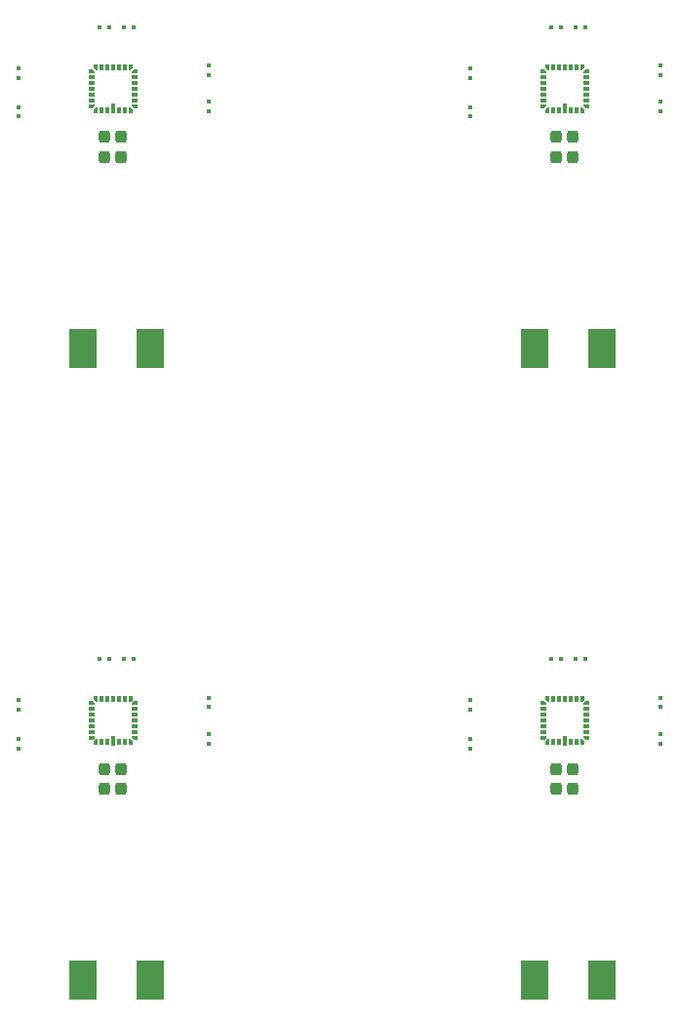
<source format=gbr>
%TF.GenerationSoftware,KiCad,Pcbnew,9.0.1*%
%TF.CreationDate,2025-05-14T16:36:12-05:00*%
%TF.ProjectId,Bottom_layer_Panel,426f7474-6f6d-45f6-9c61-7965725f5061,rev?*%
%TF.SameCoordinates,PX5fa74e0PY8cc3280*%
%TF.FileFunction,Paste,Bot*%
%TF.FilePolarity,Positive*%
%FSLAX46Y46*%
G04 Gerber Fmt 4.6, Leading zero omitted, Abs format (unit mm)*
G04 Created by KiCad (PCBNEW 9.0.1) date 2025-05-14 16:36:12*
%MOMM*%
%LPD*%
G01*
G04 APERTURE LIST*
G04 Aperture macros list*
%AMRoundRect*
0 Rectangle with rounded corners*
0 $1 Rounding radius*
0 $2 $3 $4 $5 $6 $7 $8 $9 X,Y pos of 4 corners*
0 Add a 4 corners polygon primitive as box body*
4,1,4,$2,$3,$4,$5,$6,$7,$8,$9,$2,$3,0*
0 Add four circle primitives for the rounded corners*
1,1,$1+$1,$2,$3*
1,1,$1+$1,$4,$5*
1,1,$1+$1,$6,$7*
1,1,$1+$1,$8,$9*
0 Add four rect primitives between the rounded corners*
20,1,$1+$1,$2,$3,$4,$5,0*
20,1,$1+$1,$4,$5,$6,$7,0*
20,1,$1+$1,$6,$7,$8,$9,0*
20,1,$1+$1,$8,$9,$2,$3,0*%
%AMFreePoly0*
4,1,6,0.325000,0.000000,0.175000,-0.150000,-0.175000,-0.150000,-0.175000,0.150000,0.325000,0.150000,0.325000,0.000000,0.325000,0.000000,$1*%
%AMFreePoly1*
4,1,6,0.325000,0.000000,0.325000,-0.150000,-0.175000,-0.150000,-0.175000,0.150000,0.175000,0.150000,0.325000,0.000000,0.325000,0.000000,$1*%
%AMFreePoly2*
4,1,6,0.150000,-0.325000,0.000000,-0.325000,-0.150000,-0.175000,-0.150000,0.175000,0.150000,0.175000,0.150000,-0.325000,0.150000,-0.325000,$1*%
%AMFreePoly3*
4,1,6,0.150000,-0.175000,0.000000,-0.325000,-0.150000,-0.325000,-0.150000,0.175000,0.150000,0.175000,0.150000,-0.175000,0.150000,-0.175000,$1*%
%AMFreePoly4*
4,1,7,0.175000,-0.150000,-0.175000,-0.150000,-0.325000,-0.150000,-0.325000,0.000000,-0.175000,0.150000,0.175000,0.150000,0.175000,-0.150000,0.175000,-0.150000,$1*%
%AMFreePoly5*
4,1,6,0.175000,-0.150000,-0.175000,-0.150000,-0.325000,0.000000,-0.325000,0.150000,0.175000,0.150000,0.175000,-0.150000,0.175000,-0.150000,$1*%
%AMFreePoly6*
4,1,6,0.150000,0.175000,0.150000,-0.175000,-0.150000,-0.175000,-0.150000,0.325000,0.000000,0.325000,0.150000,0.175000,0.150000,0.175000,$1*%
%AMFreePoly7*
4,1,6,0.150000,-0.175000,-0.150000,-0.175000,-0.150000,0.175000,0.000000,0.325000,0.150000,0.325000,0.150000,-0.175000,0.150000,-0.175000,$1*%
G04 Aperture macros list end*
%ADD10C,0.000000*%
%ADD11R,0.400000X0.400000*%
%ADD12FreePoly0,90.000000*%
%ADD13R,0.300000X0.550000*%
%ADD14R,0.300000X0.850000*%
%ADD15FreePoly1,90.000000*%
%ADD16FreePoly2,90.000000*%
%ADD17R,0.550000X0.300000*%
%ADD18FreePoly3,90.000000*%
%ADD19FreePoly4,90.000000*%
%ADD20FreePoly5,90.000000*%
%ADD21FreePoly6,90.000000*%
%ADD22FreePoly7,90.000000*%
%ADD23R,2.413000X3.429000*%
%ADD24RoundRect,0.237500X-0.237500X0.300000X-0.237500X-0.300000X0.237500X-0.300000X0.237500X0.300000X0*%
G04 APERTURE END LIST*
D10*
%TO.C,U5*%
G36*
X26640000Y46550000D02*
G01*
X26640000Y46400000D01*
X26490000Y46400000D01*
X26490000Y46700000D01*
X26640000Y46550000D01*
G37*
G36*
X26640000Y43550000D02*
G01*
X26490000Y43400000D01*
X26490000Y43700000D01*
X26640000Y43700000D01*
X26640000Y43550000D01*
G37*
G36*
X26940000Y43250000D02*
G01*
X26640000Y43250000D01*
X26790000Y43400000D01*
X26940000Y43400000D01*
X26940000Y43250000D01*
G37*
G36*
X26940000Y46700000D02*
G01*
X26790000Y46700000D01*
X26640000Y46850000D01*
X26940000Y46850000D01*
X26940000Y46700000D01*
G37*
G36*
X29940000Y43250000D02*
G01*
X29640000Y43250000D01*
X29640000Y43400000D01*
X29790000Y43400000D01*
X29940000Y43250000D01*
G37*
G36*
X29790000Y46700000D02*
G01*
X29640000Y46700000D01*
X29640000Y46850000D01*
X29940000Y46850000D01*
X29790000Y46700000D01*
G37*
G36*
X30090000Y46400000D02*
G01*
X29940000Y46400000D01*
X29940000Y46550000D01*
X30090000Y46700000D01*
X30090000Y46400000D01*
G37*
G36*
X30090000Y43400000D02*
G01*
X29940000Y43550000D01*
X29940000Y43700000D01*
X30090000Y43700000D01*
X30090000Y43400000D01*
G37*
G36*
X26640000Y101350000D02*
G01*
X26640000Y101200000D01*
X26490000Y101200000D01*
X26490000Y101500000D01*
X26640000Y101350000D01*
G37*
G36*
X26640000Y98350000D02*
G01*
X26490000Y98200000D01*
X26490000Y98500000D01*
X26640000Y98500000D01*
X26640000Y98350000D01*
G37*
G36*
X26940000Y98050000D02*
G01*
X26640000Y98050000D01*
X26790000Y98200000D01*
X26940000Y98200000D01*
X26940000Y98050000D01*
G37*
G36*
X26940000Y101500000D02*
G01*
X26790000Y101500000D01*
X26640000Y101650000D01*
X26940000Y101650000D01*
X26940000Y101500000D01*
G37*
G36*
X29940000Y98050000D02*
G01*
X29640000Y98050000D01*
X29640000Y98200000D01*
X29790000Y98200000D01*
X29940000Y98050000D01*
G37*
G36*
X29790000Y101500000D02*
G01*
X29640000Y101500000D01*
X29640000Y101650000D01*
X29940000Y101650000D01*
X29790000Y101500000D01*
G37*
G36*
X30090000Y101200000D02*
G01*
X29940000Y101200000D01*
X29940000Y101350000D01*
X30090000Y101500000D01*
X30090000Y101200000D01*
G37*
G36*
X30090000Y98200000D02*
G01*
X29940000Y98350000D01*
X29940000Y98500000D01*
X30090000Y98500000D01*
X30090000Y98200000D01*
G37*
G36*
X65840000Y101350000D02*
G01*
X65840000Y101200000D01*
X65690000Y101200000D01*
X65690000Y101500000D01*
X65840000Y101350000D01*
G37*
G36*
X65840000Y98350000D02*
G01*
X65690000Y98200000D01*
X65690000Y98500000D01*
X65840000Y98500000D01*
X65840000Y98350000D01*
G37*
G36*
X66140000Y98050000D02*
G01*
X65840000Y98050000D01*
X65990000Y98200000D01*
X66140000Y98200000D01*
X66140000Y98050000D01*
G37*
G36*
X66140000Y101500000D02*
G01*
X65990000Y101500000D01*
X65840000Y101650000D01*
X66140000Y101650000D01*
X66140000Y101500000D01*
G37*
G36*
X69140000Y98050000D02*
G01*
X68840000Y98050000D01*
X68840000Y98200000D01*
X68990000Y98200000D01*
X69140000Y98050000D01*
G37*
G36*
X68990000Y101500000D02*
G01*
X68840000Y101500000D01*
X68840000Y101650000D01*
X69140000Y101650000D01*
X68990000Y101500000D01*
G37*
G36*
X69290000Y101200000D02*
G01*
X69140000Y101200000D01*
X69140000Y101350000D01*
X69290000Y101500000D01*
X69290000Y101200000D01*
G37*
G36*
X69290000Y98200000D02*
G01*
X69140000Y98350000D01*
X69140000Y98500000D01*
X69290000Y98500000D01*
X69290000Y98200000D01*
G37*
G36*
X65840000Y46550000D02*
G01*
X65840000Y46400000D01*
X65690000Y46400000D01*
X65690000Y46700000D01*
X65840000Y46550000D01*
G37*
G36*
X65840000Y43550000D02*
G01*
X65690000Y43400000D01*
X65690000Y43700000D01*
X65840000Y43700000D01*
X65840000Y43550000D01*
G37*
G36*
X66140000Y43250000D02*
G01*
X65840000Y43250000D01*
X65990000Y43400000D01*
X66140000Y43400000D01*
X66140000Y43250000D01*
G37*
G36*
X66140000Y46700000D02*
G01*
X65990000Y46700000D01*
X65840000Y46850000D01*
X66140000Y46850000D01*
X66140000Y46700000D01*
G37*
G36*
X69140000Y43250000D02*
G01*
X68840000Y43250000D01*
X68840000Y43400000D01*
X68990000Y43400000D01*
X69140000Y43250000D01*
G37*
G36*
X68990000Y46700000D02*
G01*
X68840000Y46700000D01*
X68840000Y46850000D01*
X69140000Y46850000D01*
X68990000Y46700000D01*
G37*
G36*
X69290000Y46400000D02*
G01*
X69140000Y46400000D01*
X69140000Y46550000D01*
X69290000Y46700000D01*
X69290000Y46400000D01*
G37*
G36*
X69290000Y43400000D02*
G01*
X69140000Y43550000D01*
X69140000Y43700000D01*
X69290000Y43700000D01*
X69290000Y43400000D01*
G37*
%TD*%
D11*
%TO.C,D3*%
X75770000Y43060000D03*
X75770000Y43900000D03*
%TD*%
%TO.C,D4*%
X75770000Y47050000D03*
X75770000Y46210000D03*
%TD*%
D12*
%TO.C,U5*%
X29790000Y43075000D03*
D13*
X29290000Y43175000D03*
X28790000Y43175000D03*
D14*
X28290000Y43325000D03*
D13*
X27790000Y43175000D03*
X27290000Y43175000D03*
D15*
X26790000Y43075000D03*
D16*
X26315000Y43550000D03*
D17*
X26415000Y44050000D03*
X26415000Y44550000D03*
X26415000Y45050000D03*
X26415000Y45550000D03*
X26415000Y46050000D03*
D18*
X26315000Y46550000D03*
D19*
X26790000Y47025000D03*
D13*
X27290000Y46925000D03*
X27790000Y46925000D03*
X28290000Y46925000D03*
X28790000Y46925000D03*
X29290000Y46925000D03*
D20*
X29790000Y47025000D03*
D21*
X30265000Y46550000D03*
D17*
X30165000Y46050000D03*
X30165000Y45550000D03*
X30165000Y45050000D03*
X30165000Y44550000D03*
X30165000Y44050000D03*
D22*
X30265000Y43550000D03*
%TD*%
D11*
%TO.C,D1*%
X27080000Y50400000D03*
X27920000Y50400000D03*
%TD*%
D23*
%TO.C,L1*%
X70741000Y22560000D03*
X64899000Y22560000D03*
%TD*%
D11*
%TO.C,D4*%
X36570000Y47050000D03*
X36570000Y46210000D03*
%TD*%
D12*
%TO.C,U5*%
X29790000Y97875000D03*
D13*
X29290000Y97975000D03*
X28790000Y97975000D03*
D14*
X28290000Y98125000D03*
D13*
X27790000Y97975000D03*
X27290000Y97975000D03*
D15*
X26790000Y97875000D03*
D16*
X26315000Y98350000D03*
D17*
X26415000Y98850000D03*
X26415000Y99350000D03*
X26415000Y99850000D03*
X26415000Y100350000D03*
X26415000Y100850000D03*
D18*
X26315000Y101350000D03*
D19*
X26790000Y101825000D03*
D13*
X27290000Y101725000D03*
X27790000Y101725000D03*
X28290000Y101725000D03*
X28790000Y101725000D03*
X29290000Y101725000D03*
D20*
X29790000Y101825000D03*
D21*
X30265000Y101350000D03*
D17*
X30165000Y100850000D03*
X30165000Y100350000D03*
X30165000Y99850000D03*
X30165000Y99350000D03*
X30165000Y98850000D03*
D22*
X30265000Y98350000D03*
%TD*%
D11*
%TO.C,D2*%
X30097500Y105210000D03*
X29257500Y105210000D03*
%TD*%
%TO.C,D3*%
X36570000Y97860000D03*
X36570000Y98700000D03*
%TD*%
%TO.C,D4*%
X36570000Y101850000D03*
X36570000Y101010000D03*
%TD*%
D23*
%TO.C,L1*%
X31541000Y22560000D03*
X25699000Y22560000D03*
%TD*%
D12*
%TO.C,U5*%
X68990000Y97875000D03*
D13*
X68490000Y97975000D03*
X67990000Y97975000D03*
D14*
X67490000Y98125000D03*
D13*
X66990000Y97975000D03*
X66490000Y97975000D03*
D15*
X65990000Y97875000D03*
D16*
X65515000Y98350000D03*
D17*
X65615000Y98850000D03*
X65615000Y99350000D03*
X65615000Y99850000D03*
X65615000Y100350000D03*
X65615000Y100850000D03*
D18*
X65515000Y101350000D03*
D19*
X65990000Y101825000D03*
D13*
X66490000Y101725000D03*
X66990000Y101725000D03*
X67490000Y101725000D03*
X67990000Y101725000D03*
X68490000Y101725000D03*
D20*
X68990000Y101825000D03*
D21*
X69465000Y101350000D03*
D17*
X69365000Y100850000D03*
X69365000Y100350000D03*
X69365000Y99850000D03*
X69365000Y99350000D03*
X69365000Y98850000D03*
D22*
X69465000Y98350000D03*
%TD*%
D11*
%TO.C,D1*%
X27080000Y105200000D03*
X27920000Y105200000D03*
%TD*%
D24*
%TO.C,C13*%
X28980000Y95670000D03*
X28980000Y93945000D03*
%TD*%
D11*
%TO.C,D5*%
X59270000Y101620000D03*
X59270000Y100780000D03*
%TD*%
%TO.C,D6*%
X20070000Y42630000D03*
X20070000Y43470000D03*
%TD*%
D24*
%TO.C,C14*%
X27500000Y95670000D03*
X27500000Y93945000D03*
%TD*%
D11*
%TO.C,D2*%
X69297500Y105210000D03*
X68457500Y105210000D03*
%TD*%
%TO.C,D3*%
X75770000Y97860000D03*
X75770000Y98700000D03*
%TD*%
%TO.C,D5*%
X20070000Y46820000D03*
X20070000Y45980000D03*
%TD*%
D12*
%TO.C,U5*%
X68990000Y43075000D03*
D13*
X68490000Y43175000D03*
X67990000Y43175000D03*
D14*
X67490000Y43325000D03*
D13*
X66990000Y43175000D03*
X66490000Y43175000D03*
D15*
X65990000Y43075000D03*
D16*
X65515000Y43550000D03*
D17*
X65615000Y44050000D03*
X65615000Y44550000D03*
X65615000Y45050000D03*
X65615000Y45550000D03*
X65615000Y46050000D03*
D18*
X65515000Y46550000D03*
D19*
X65990000Y47025000D03*
D13*
X66490000Y46925000D03*
X66990000Y46925000D03*
X67490000Y46925000D03*
X67990000Y46925000D03*
X68490000Y46925000D03*
D20*
X68990000Y47025000D03*
D21*
X69465000Y46550000D03*
D17*
X69365000Y46050000D03*
X69365000Y45550000D03*
X69365000Y45050000D03*
X69365000Y44550000D03*
X69365000Y44050000D03*
D22*
X69465000Y43550000D03*
%TD*%
D24*
%TO.C,C14*%
X27500000Y40870000D03*
X27500000Y39145000D03*
%TD*%
D11*
%TO.C,D6*%
X59270000Y42630000D03*
X59270000Y43470000D03*
%TD*%
D24*
%TO.C,C13*%
X68180000Y95670000D03*
X68180000Y93945000D03*
%TD*%
%TO.C,C13*%
X28980000Y40870000D03*
X28980000Y39145000D03*
%TD*%
D11*
%TO.C,D1*%
X66280000Y50400000D03*
X67120000Y50400000D03*
%TD*%
D23*
%TO.C,L1*%
X70741000Y77360000D03*
X64899000Y77360000D03*
%TD*%
D11*
%TO.C,D4*%
X75770000Y101850000D03*
X75770000Y101010000D03*
%TD*%
%TO.C,D5*%
X59270000Y46820000D03*
X59270000Y45980000D03*
%TD*%
%TO.C,D2*%
X69297500Y50410000D03*
X68457500Y50410000D03*
%TD*%
%TO.C,D6*%
X20070000Y97430000D03*
X20070000Y98270000D03*
%TD*%
%TO.C,D3*%
X36570000Y43060000D03*
X36570000Y43900000D03*
%TD*%
D23*
%TO.C,L1*%
X31541000Y77360000D03*
X25699000Y77360000D03*
%TD*%
D11*
%TO.C,D6*%
X59270000Y97430000D03*
X59270000Y98270000D03*
%TD*%
D24*
%TO.C,C14*%
X66700000Y95670000D03*
X66700000Y93945000D03*
%TD*%
D11*
%TO.C,D5*%
X20070000Y101620000D03*
X20070000Y100780000D03*
%TD*%
D24*
%TO.C,C13*%
X68180000Y40870000D03*
X68180000Y39145000D03*
%TD*%
%TO.C,C14*%
X66700000Y40870000D03*
X66700000Y39145000D03*
%TD*%
D11*
%TO.C,D1*%
X66280000Y105200000D03*
X67120000Y105200000D03*
%TD*%
%TO.C,D2*%
X30097500Y50410000D03*
X29257500Y50410000D03*
%TD*%
M02*

</source>
